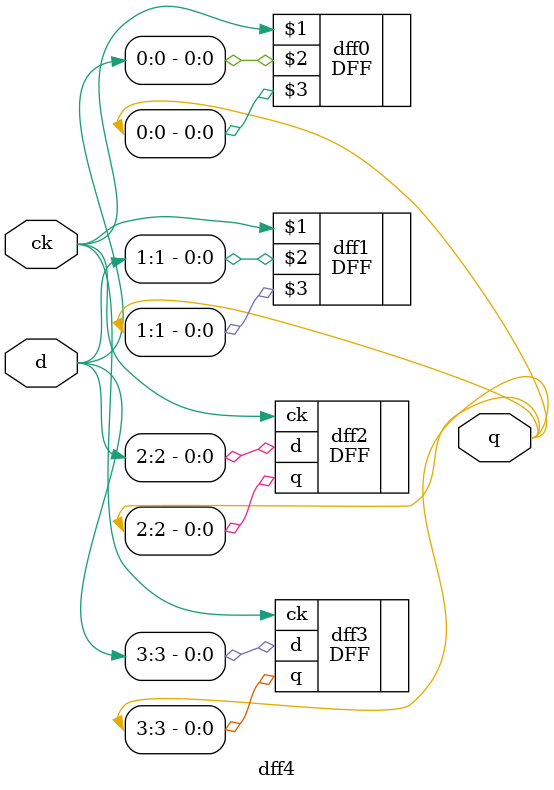
<source format=v>
module dff4(ck, d, q);
input ck;
input [3:0] d;
output [3:0] q;

// port connection by sequence
DFF dff0(ck, d[0], q[0]);
DFF dff1(ck, d[1], q[1]);

// port connection by name
DFF dff2(.ck(ck), .d(d[2]), .q(q[2]));
DFF dff3(.ck(ck), .d(d[3]), .q(q[3]));

endmodule
</source>
